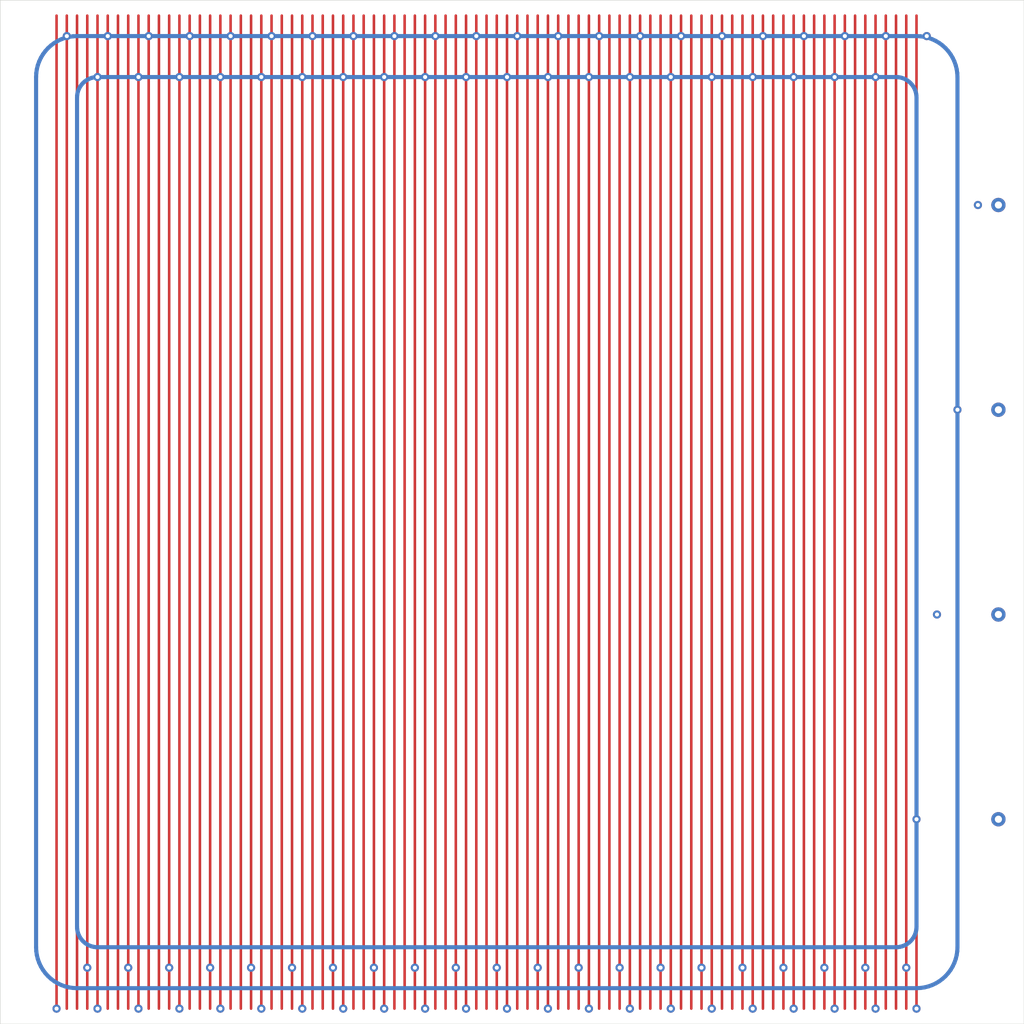
<source format=kicad_pcb>
(kicad_pcb (version 20171130) (host pcbnew "(5.1.9)-1")

  (general
    (thickness 1.6)
    (drawings 12)
    (tracks 459)
    (zones 0)
    (modules 0)
    (nets 1)
  )

  (page A4)
  (layers
    (0 F.Cu signal)
    (1 In1.Cu signal)
    (2 In2.Cu signal)
    (31 B.Cu signal)
    (32 B.Adhes user)
    (33 F.Adhes user)
    (34 B.Paste user)
    (35 F.Paste user)
    (36 B.SilkS user)
    (37 F.SilkS user)
    (38 B.Mask user)
    (39 F.Mask user)
    (40 Dwgs.User user)
    (41 Cmts.User user)
    (42 Eco1.User user)
    (43 Eco2.User user)
    (44 Edge.Cuts user)
    (45 Margin user)
    (46 B.CrtYd user)
    (47 F.CrtYd user)
    (48 B.Fab user)
    (49 F.Fab user)
  )

  (setup
    (last_trace_width 0.25)
    (trace_clearance 0.2)
    (zone_clearance 0.508)
    (zone_45_only no)
    (trace_min 0.2)
    (via_size 0.8)
    (via_drill 0.4)
    (via_min_size 0.4)
    (via_min_drill 0.3)
    (uvia_size 0.3)
    (uvia_drill 0.1)
    (uvias_allowed no)
    (uvia_min_size 0.2)
    (uvia_min_drill 0.1)
    (edge_width 0.05)
    (segment_width 0.2)
    (pcb_text_width 0.3)
    (pcb_text_size 1.5 1.5)
    (mod_edge_width 0.12)
    (mod_text_size 1 1)
    (mod_text_width 0.15)
    (pad_size 1.524 1.524)
    (pad_drill 0.762)
    (pad_to_mask_clearance 0)
    (aux_axis_origin 0 0)
    (visible_elements 7FFFFFFF)
    (pcbplotparams
      (layerselection 0x010fc_ffffffff)
      (usegerberextensions false)
      (usegerberattributes true)
      (usegerberadvancedattributes true)
      (creategerberjobfile true)
      (excludeedgelayer true)
      (linewidth 0.100000)
      (plotframeref false)
      (viasonmask false)
      (mode 1)
      (useauxorigin false)
      (hpglpennumber 1)
      (hpglpenspeed 20)
      (hpglpendiameter 15.000000)
      (psnegative false)
      (psa4output false)
      (plotreference true)
      (plotvalue true)
      (plotinvisibletext false)
      (padsonsilk false)
      (subtractmaskfromsilk false)
      (outputformat 1)
      (mirror false)
      (drillshape 1)
      (scaleselection 1)
      (outputdirectory ""))
  )

  (net 0 "")

  (net_class Default "This is the default net class."
    (clearance 0.2)
    (trace_width 0.25)
    (via_dia 0.8)
    (via_drill 0.4)
    (uvia_dia 0.3)
    (uvia_drill 0.1)
  )

  (gr_text 1 (at 197.5 68.5) (layer B.Mask)
    (effects (font (size 1 1) (thickness 0.15)) (justify mirror))
  )
  (gr_text 2 (at 197.5 88.5) (layer B.Mask)
    (effects (font (size 1 1) (thickness 0.15)) (justify mirror))
  )
  (gr_text 3 (at 197.5 108.5) (layer B.Mask)
    (effects (font (size 1 1) (thickness 0.15)) (justify mirror))
  )
  (gr_text 4 (at 197.5 128.5) (layer B.Mask)
    (effects (font (size 1 1) (thickness 0.15)) (justify mirror))
  )
  (gr_text 4 (at 197.5 128.5) (layer F.Mask)
    (effects (font (size 1 1) (thickness 0.15)))
  )
  (gr_text 3 (at 197.5 108.5) (layer F.Mask)
    (effects (font (size 1 1) (thickness 0.15)))
  )
  (gr_text 2 (at 197.5 88.5) (layer F.Mask)
    (effects (font (size 1 1) (thickness 0.15)))
  )
  (gr_text 1 (at 197.5 68.5) (layer F.Mask)
    (effects (font (size 1 1) (thickness 0.15)))
  )
  (gr_line (start 100 50) (end 100 150) (layer Edge.Cuts) (width 0.05))
  (gr_line (start 200 50) (end 100 50) (layer Edge.Cuts) (width 0.05) (tstamp 60750058))
  (gr_line (start 200 150) (end 200 50) (layer Edge.Cuts) (width 0.05))
  (gr_line (start 100 150) (end 200 150) (layer Edge.Cuts) (width 0.05))

  (segment (start 105.5 148.5) (end 105.5 148.5) (width 0.25) (layer F.Cu) (net 0) (tstamp 60750302))
  (segment (start 106.5 148.5) (end 106.5 53.5) (width 0.25) (layer F.Cu) (net 0) (tstamp 60750304))
  (segment (start 107.5 148.5) (end 107.5 51.5) (width 0.25) (layer F.Cu) (net 0) (tstamp 60750306))
  (segment (start 108.5 148.5) (end 108.5 144.5) (width 0.25) (layer F.Cu) (net 0) (tstamp 60750308))
  (segment (start 109.5 148.5) (end 109.5 57.5) (width 0.25) (layer F.Cu) (net 0) (tstamp 6075030A))
  (segment (start 110.5 148.5) (end 110.5 51.5) (width 0.25) (layer F.Cu) (net 0) (tstamp 6075030C))
  (segment (start 111.5 148.5) (end 111.5 51.5) (width 0.25) (layer F.Cu) (net 0) (tstamp 6075030E))
  (segment (start 112.5 148.5) (end 112.5 51.5) (width 0.25) (layer F.Cu) (net 0) (tstamp 60750310))
  (segment (start 113.5 148.5) (end 113.5 51.5) (width 0.25) (layer F.Cu) (net 0) (tstamp 60750312))
  (segment (start 114.5 148.5) (end 114.5 51.5) (width 0.25) (layer F.Cu) (net 0) (tstamp 60750314))
  (segment (start 115.5 148.5) (end 115.5 51.5) (width 0.25) (layer F.Cu) (net 0) (tstamp 60750316))
  (segment (start 116.5 148.5) (end 116.5 51.5) (width 0.25) (layer F.Cu) (net 0) (tstamp 60750318))
  (segment (start 117.5 148.5) (end 117.5 51.5) (width 0.25) (layer F.Cu) (net 0) (tstamp 6075031A))
  (segment (start 118.5 148.5) (end 118.5 51.5) (width 0.25) (layer F.Cu) (net 0) (tstamp 6075031C))
  (segment (start 119.5 148.5) (end 119.5 51.5) (width 0.25) (layer F.Cu) (net 0) (tstamp 6075031E))
  (segment (start 120.5 148.5) (end 120.5 51.5) (width 0.25) (layer F.Cu) (net 0) (tstamp 60750320))
  (segment (start 121.5 148.5) (end 121.5 51.5) (width 0.25) (layer F.Cu) (net 0) (tstamp 60750322))
  (segment (start 122.5 148.5) (end 122.5 51.5) (width 0.25) (layer F.Cu) (net 0) (tstamp 60750324))
  (segment (start 123.5 148.5) (end 123.5 51.5) (width 0.25) (layer F.Cu) (net 0) (tstamp 60750326))
  (segment (start 124.5 148.5) (end 124.5 51.5) (width 0.25) (layer F.Cu) (net 0) (tstamp 60750328))
  (segment (start 125.5 148.5) (end 125.5 51.5) (width 0.25) (layer F.Cu) (net 0) (tstamp 6075032A))
  (segment (start 126.5 148.5) (end 126.5 51.5) (width 0.25) (layer F.Cu) (net 0) (tstamp 6075032C))
  (segment (start 127.5 148.5) (end 127.5 51.5) (width 0.25) (layer F.Cu) (net 0) (tstamp 6075032E))
  (segment (start 128.5 148.5) (end 128.5 51.5) (width 0.25) (layer F.Cu) (net 0) (tstamp 60750330))
  (segment (start 129.5 148.5) (end 129.5 51.5) (width 0.25) (layer F.Cu) (net 0) (tstamp 60750332))
  (segment (start 130.5 148.5) (end 130.5 51.5) (width 0.25) (layer F.Cu) (net 0) (tstamp 60750334))
  (segment (start 131.5 148.5) (end 131.5 51.5) (width 0.25) (layer F.Cu) (net 0) (tstamp 60750336))
  (segment (start 132.5 148.5) (end 132.5 51.5) (width 0.25) (layer F.Cu) (net 0) (tstamp 60750338))
  (segment (start 133.5 148.5) (end 133.5 51.5) (width 0.25) (layer F.Cu) (net 0) (tstamp 6075033A))
  (segment (start 134.5 148.5) (end 134.5 51.5) (width 0.25) (layer F.Cu) (net 0) (tstamp 6075033C))
  (segment (start 135.5 148.5) (end 135.5 51.5) (width 0.25) (layer F.Cu) (net 0) (tstamp 6075033E))
  (segment (start 136.5 148.5) (end 136.5 51.5) (width 0.25) (layer F.Cu) (net 0) (tstamp 60750340))
  (segment (start 137.5 148.5) (end 137.5 51.5) (width 0.25) (layer F.Cu) (net 0) (tstamp 60750342))
  (segment (start 138.5 148.5) (end 138.5 51.5) (width 0.25) (layer F.Cu) (net 0) (tstamp 60750344))
  (segment (start 139.5 148.5) (end 139.5 51.5) (width 0.25) (layer F.Cu) (net 0) (tstamp 60750346))
  (segment (start 140.5 148.5) (end 140.5 51.5) (width 0.25) (layer F.Cu) (net 0) (tstamp 60750348))
  (segment (start 141.5 148.5) (end 141.5 51.5) (width 0.25) (layer F.Cu) (net 0) (tstamp 6075034A))
  (segment (start 142.5 148.5) (end 142.5 51.5) (width 0.25) (layer F.Cu) (net 0) (tstamp 6075034C))
  (segment (start 143.5 148.5) (end 143.5 51.5) (width 0.25) (layer F.Cu) (net 0) (tstamp 6075034E))
  (segment (start 144.5 148.5) (end 144.5 51.5) (width 0.25) (layer F.Cu) (net 0) (tstamp 60750350))
  (segment (start 145.5 148.5) (end 145.5 51.5) (width 0.25) (layer F.Cu) (net 0) (tstamp 60750352))
  (segment (start 146.5 148.5) (end 146.5 51.5) (width 0.25) (layer F.Cu) (net 0) (tstamp 60750354))
  (segment (start 147.5 148.5) (end 147.5 51.5) (width 0.25) (layer F.Cu) (net 0) (tstamp 60750356))
  (segment (start 148.5 148.5) (end 148.5 51.5) (width 0.25) (layer F.Cu) (net 0) (tstamp 60750358))
  (segment (start 149.5 148.5) (end 149.5 51.5) (width 0.25) (layer F.Cu) (net 0) (tstamp 6075035A))
  (segment (start 150.5 148.5) (end 150.5 51.5) (width 0.25) (layer F.Cu) (net 0) (tstamp 6075035C))
  (segment (start 151.5 148.5) (end 151.5 51.5) (width 0.25) (layer F.Cu) (net 0) (tstamp 6075035E))
  (segment (start 152.5 148.5) (end 152.5 51.5) (width 0.25) (layer F.Cu) (net 0) (tstamp 60750360))
  (segment (start 153.5 148.5) (end 153.5 51.5) (width 0.25) (layer F.Cu) (net 0) (tstamp 60750362))
  (segment (start 154.5 148.5) (end 154.5 51.5) (width 0.25) (layer F.Cu) (net 0) (tstamp 60750364))
  (segment (start 155.5 148.5) (end 155.5 51.5) (width 0.25) (layer F.Cu) (net 0) (tstamp 60750366))
  (segment (start 156.5 148.5) (end 156.5 51.5) (width 0.25) (layer F.Cu) (net 0) (tstamp 60750368))
  (segment (start 157.5 148.5) (end 157.5 51.5) (width 0.25) (layer F.Cu) (net 0) (tstamp 6075036A))
  (segment (start 158.5 148.5) (end 158.5 51.5) (width 0.25) (layer F.Cu) (net 0) (tstamp 6075036C))
  (segment (start 159.5 148.5) (end 159.5 51.5) (width 0.25) (layer F.Cu) (net 0) (tstamp 6075036E))
  (segment (start 160.5 148.5) (end 160.5 51.5) (width 0.25) (layer F.Cu) (net 0) (tstamp 60750370))
  (segment (start 161.5 148.5) (end 161.5 51.5) (width 0.25) (layer F.Cu) (net 0) (tstamp 60750372))
  (segment (start 162.5 148.5) (end 162.5 51.5) (width 0.25) (layer F.Cu) (net 0) (tstamp 60750374))
  (segment (start 163.5 148.5) (end 163.5 51.5) (width 0.25) (layer F.Cu) (net 0) (tstamp 60750376))
  (segment (start 164.5 148.5) (end 164.5 51.5) (width 0.25) (layer F.Cu) (net 0) (tstamp 60750378))
  (segment (start 165.5 148.5) (end 165.5 51.5) (width 0.25) (layer F.Cu) (net 0) (tstamp 6075037A))
  (segment (start 166.5 148.5) (end 166.5 51.5) (width 0.25) (layer F.Cu) (net 0) (tstamp 6075037C))
  (segment (start 167.5 148.5) (end 167.5 51.5) (width 0.25) (layer F.Cu) (net 0) (tstamp 6075037E))
  (segment (start 168.5 148.5) (end 168.5 51.5) (width 0.25) (layer F.Cu) (net 0) (tstamp 60750380))
  (segment (start 169.5 148.5) (end 169.5 51.5) (width 0.25) (layer F.Cu) (net 0) (tstamp 60750382))
  (segment (start 170.5 148.5) (end 170.5 51.5) (width 0.25) (layer F.Cu) (net 0) (tstamp 60750384))
  (segment (start 171.5 148.5) (end 171.5 51.5) (width 0.25) (layer F.Cu) (net 0) (tstamp 60750386))
  (segment (start 172.5 148.5) (end 172.5 51.5) (width 0.25) (layer F.Cu) (net 0) (tstamp 60750388))
  (segment (start 173.5 148.5) (end 173.5 51.5) (width 0.25) (layer F.Cu) (net 0) (tstamp 6075038A))
  (segment (start 174.5 148.5) (end 174.5 51.5) (width 0.25) (layer F.Cu) (net 0) (tstamp 6075038C))
  (segment (start 175.5 148.5) (end 175.5 51.5) (width 0.25) (layer F.Cu) (net 0) (tstamp 6075038E))
  (segment (start 176.5 148.5) (end 176.5 51.5) (width 0.25) (layer F.Cu) (net 0) (tstamp 60750390))
  (segment (start 177.5 148.5) (end 177.5 51.5) (width 0.25) (layer F.Cu) (net 0) (tstamp 60750392))
  (segment (start 178.5 148.5) (end 178.5 51.5) (width 0.25) (layer F.Cu) (net 0) (tstamp 60750394))
  (segment (start 179.5 148.5) (end 179.5 51.5) (width 0.25) (layer F.Cu) (net 0) (tstamp 60750396))
  (segment (start 180.5 148.5) (end 180.5 51.5) (width 0.25) (layer F.Cu) (net 0) (tstamp 60750398))
  (segment (start 181.5 148.5) (end 181.5 51.5) (width 0.25) (layer F.Cu) (net 0) (tstamp 6075039A))
  (segment (start 182.5 148.5) (end 182.5 51.5) (width 0.25) (layer F.Cu) (net 0) (tstamp 6075039C))
  (segment (start 183.5 148.5) (end 183.5 51.5) (width 0.25) (layer F.Cu) (net 0) (tstamp 6075039E))
  (segment (start 184.5 148.5) (end 184.5 51.5) (width 0.25) (layer F.Cu) (net 0) (tstamp 607503A0))
  (segment (start 185.5 148.5) (end 185.5 51.5) (width 0.25) (layer F.Cu) (net 0) (tstamp 607503A2))
  (via (at 197.5 70) (size 1.4) (drill 0.7) (layers F.Cu B.Cu) (net 0))
  (via (at 197.5 90) (size 1.4) (drill 0.7) (layers F.Cu B.Cu) (net 0) (tstamp 607521A3))
  (via (at 197.5 110) (size 1.4) (drill 0.7) (layers F.Cu B.Cu) (net 0) (tstamp 607521A5))
  (via (at 197.5 130) (size 1.4) (drill 0.7) (layers F.Cu B.Cu) (net 0) (tstamp 607521A7))
  (segment (start 186.5 148.5) (end 186.5 51.5) (width 0.25) (layer F.Cu) (net 0) (tstamp 60752219))
  (segment (start 187.5 148.5) (end 187.5 51.5) (width 0.25) (layer F.Cu) (net 0) (tstamp 6075221B))
  (segment (start 188.5 148.5) (end 188.5 51.5) (width 0.25) (layer F.Cu) (net 0) (tstamp 6075221D))
  (segment (start 189.5 148.5) (end 189.5 130) (width 0.25) (layer F.Cu) (net 0) (tstamp 6075221F))
  (segment (start 189.5 140.5) (end 189.490369 140.696034) (width 0.4) (layer B.Cu) (net 0))
  (segment (start 189.490369 140.696034) (end 189.46157 140.89018) (width 0.4) (layer B.Cu) (net 0))
  (segment (start 189.46157 140.89018) (end 189.41388 141.080569) (width 0.4) (layer B.Cu) (net 0))
  (segment (start 189.41388 141.080569) (end 189.347759 141.265366) (width 0.4) (layer B.Cu) (net 0))
  (segment (start 189.347759 141.265366) (end 189.263842 141.442793) (width 0.4) (layer B.Cu) (net 0))
  (segment (start 189.263842 141.442793) (end 189.162939 141.61114) (width 0.4) (layer B.Cu) (net 0))
  (segment (start 189.162939 141.61114) (end 189.04602 141.768786) (width 0.4) (layer B.Cu) (net 0))
  (segment (start 189.04602 141.768786) (end 188.914213 141.914213) (width 0.4) (layer B.Cu) (net 0))
  (segment (start 188.914213 141.914213) (end 188.768786 142.04602) (width 0.4) (layer B.Cu) (net 0))
  (segment (start 188.768786 142.04602) (end 188.61114 142.162939) (width 0.4) (layer B.Cu) (net 0))
  (segment (start 188.61114 142.162939) (end 188.442793 142.263842) (width 0.4) (layer B.Cu) (net 0))
  (segment (start 188.442793 142.263842) (end 188.265366 142.347759) (width 0.4) (layer B.Cu) (net 0))
  (segment (start 188.265366 142.347759) (end 188.080569 142.41388) (width 0.4) (layer B.Cu) (net 0))
  (segment (start 188.080569 142.41388) (end 187.89018 142.46157) (width 0.4) (layer B.Cu) (net 0))
  (segment (start 187.89018 142.46157) (end 187.696034 142.490369) (width 0.4) (layer B.Cu) (net 0))
  (segment (start 187.696034 142.490369) (end 187.5 142.5) (width 0.4) (layer B.Cu) (net 0))
  (segment (start 188.5 144.5) (end 188.794051 144.485554) (width 0.4) (layer In2.Cu) (net 0))
  (segment (start 188.794051 144.485554) (end 189.08527 144.442355) (width 0.4) (layer In2.Cu) (net 0))
  (segment (start 189.08527 144.442355) (end 189.370854 144.370821) (width 0.4) (layer In2.Cu) (net 0))
  (segment (start 189.370854 144.370821) (end 189.64805 144.271638) (width 0.4) (layer In2.Cu) (net 0))
  (segment (start 189.64805 144.271638) (end 189.91419 144.145763) (width 0.4) (layer In2.Cu) (net 0))
  (segment (start 189.91419 144.145763) (end 190.16671 143.994408) (width 0.4) (layer In2.Cu) (net 0))
  (segment (start 190.16671 143.994408) (end 190.403179 143.819031) (width 0.4) (layer In2.Cu) (net 0))
  (segment (start 190.403179 143.819031) (end 190.62132 143.62132) (width 0.4) (layer In2.Cu) (net 0))
  (segment (start 190.62132 143.62132) (end 190.819031 143.403179) (width 0.4) (layer In2.Cu) (net 0))
  (segment (start 190.819031 143.403179) (end 190.994408 143.16671) (width 0.4) (layer In2.Cu) (net 0))
  (segment (start 190.994408 143.16671) (end 191.145763 142.91419) (width 0.4) (layer In2.Cu) (net 0))
  (segment (start 191.145763 142.91419) (end 191.271638 142.64805) (width 0.4) (layer In2.Cu) (net 0))
  (segment (start 191.271638 142.64805) (end 191.370821 142.370854) (width 0.4) (layer In2.Cu) (net 0))
  (segment (start 191.370821 142.370854) (end 191.442355 142.08527) (width 0.4) (layer In2.Cu) (net 0))
  (segment (start 191.442355 142.08527) (end 191.485554 141.794051) (width 0.4) (layer In2.Cu) (net 0))
  (segment (start 191.485554 141.794051) (end 191.5 141.5) (width 0.4) (layer In2.Cu) (net 0))
  (segment (start 189.5 146.5) (end 189.892068 146.480738) (width 0.4) (layer B.Cu) (net 0))
  (segment (start 189.892068 146.480738) (end 190.280361 146.423141) (width 0.4) (layer B.Cu) (net 0))
  (segment (start 190.280361 146.423141) (end 190.661138 146.327761) (width 0.4) (layer B.Cu) (net 0))
  (segment (start 190.661138 146.327761) (end 191.030733 146.195518) (width 0.4) (layer B.Cu) (net 0))
  (segment (start 191.030733 146.195518) (end 191.385586 146.027685) (width 0.4) (layer B.Cu) (net 0))
  (segment (start 191.385586 146.027685) (end 191.72228 145.825878) (width 0.4) (layer B.Cu) (net 0))
  (segment (start 191.72228 145.825878) (end 192.037573 145.592041) (width 0.4) (layer B.Cu) (net 0))
  (segment (start 192.037573 145.592041) (end 192.328427 145.328427) (width 0.4) (layer B.Cu) (net 0))
  (segment (start 192.328427 145.328427) (end 192.592041 145.037573) (width 0.4) (layer B.Cu) (net 0))
  (segment (start 192.592041 145.037573) (end 192.825878 144.72228) (width 0.4) (layer B.Cu) (net 0))
  (segment (start 192.825878 144.72228) (end 193.027685 144.385586) (width 0.4) (layer B.Cu) (net 0))
  (segment (start 193.027685 144.385586) (end 193.195518 144.030733) (width 0.4) (layer B.Cu) (net 0))
  (segment (start 193.195518 144.030733) (end 193.327761 143.661138) (width 0.4) (layer B.Cu) (net 0))
  (segment (start 193.327761 143.661138) (end 193.423141 143.280361) (width 0.4) (layer B.Cu) (net 0))
  (segment (start 193.423141 143.280361) (end 193.480738 142.892068) (width 0.4) (layer B.Cu) (net 0))
  (segment (start 193.480738 142.892068) (end 193.5 142.5) (width 0.4) (layer B.Cu) (net 0))
  (segment (start 190.5 148.5) (end 190.990085 148.475923) (width 0.4) (layer In2.Cu) (net 0))
  (segment (start 190.990085 148.475923) (end 191.475451 148.403926) (width 0.4) (layer In2.Cu) (net 0))
  (segment (start 191.475451 148.403926) (end 191.951423 148.284701) (width 0.4) (layer In2.Cu) (net 0))
  (segment (start 191.951423 148.284701) (end 192.413417 148.119397) (width 0.4) (layer In2.Cu) (net 0))
  (segment (start 192.413417 148.119397) (end 192.856983 147.909606) (width 0.4) (layer In2.Cu) (net 0))
  (segment (start 192.856983 147.909606) (end 193.277851 147.657348) (width 0.4) (layer In2.Cu) (net 0))
  (segment (start 193.277851 147.657348) (end 193.671966 147.365052) (width 0.4) (layer In2.Cu) (net 0))
  (segment (start 193.671966 147.365052) (end 194.035533 147.035533) (width 0.4) (layer In2.Cu) (net 0))
  (segment (start 194.035533 147.035533) (end 194.365052 146.671966) (width 0.4) (layer In2.Cu) (net 0))
  (segment (start 194.365052 146.671966) (end 194.657348 146.277851) (width 0.4) (layer In2.Cu) (net 0))
  (segment (start 194.657348 146.277851) (end 194.909606 145.856983) (width 0.4) (layer In2.Cu) (net 0))
  (segment (start 194.909606 145.856983) (end 195.119397 145.413417) (width 0.4) (layer In2.Cu) (net 0))
  (segment (start 195.119397 145.413417) (end 195.284701 144.951423) (width 0.4) (layer In2.Cu) (net 0))
  (segment (start 195.284701 144.951423) (end 195.403926 144.475451) (width 0.4) (layer In2.Cu) (net 0))
  (segment (start 195.403926 144.475451) (end 195.475923 143.990085) (width 0.4) (layer In2.Cu) (net 0))
  (segment (start 195.475923 143.990085) (end 195.5 143.5) (width 0.4) (layer In2.Cu) (net 0))
  (segment (start 190.5 51.5) (end 190.990085 51.524076) (width 0.4) (layer In2.Cu) (net 0))
  (segment (start 190.990085 51.524076) (end 191.475451 51.596073) (width 0.4) (layer In2.Cu) (net 0))
  (segment (start 191.475451 51.596073) (end 191.951423 51.715298) (width 0.4) (layer In2.Cu) (net 0))
  (segment (start 191.951423 51.715298) (end 192.413417 51.880602) (width 0.4) (layer In2.Cu) (net 0))
  (segment (start 192.413417 51.880602) (end 192.856983 52.090393) (width 0.4) (layer In2.Cu) (net 0))
  (segment (start 192.856983 52.090393) (end 193.277851 52.342651) (width 0.4) (layer In2.Cu) (net 0))
  (segment (start 193.277851 52.342651) (end 193.671966 52.634947) (width 0.4) (layer In2.Cu) (net 0))
  (segment (start 193.671966 52.634947) (end 194.035533 52.964466) (width 0.4) (layer In2.Cu) (net 0))
  (segment (start 194.035533 52.964466) (end 194.365052 53.328033) (width 0.4) (layer In2.Cu) (net 0))
  (segment (start 194.365052 53.328033) (end 194.657348 53.722148) (width 0.4) (layer In2.Cu) (net 0))
  (segment (start 194.657348 53.722148) (end 194.909606 54.143016) (width 0.4) (layer In2.Cu) (net 0))
  (segment (start 194.909606 54.143016) (end 195.119397 54.586582) (width 0.4) (layer In2.Cu) (net 0))
  (segment (start 195.119397 54.586582) (end 195.284701 55.048576) (width 0.4) (layer In2.Cu) (net 0))
  (segment (start 195.284701 55.048576) (end 195.403926 55.524548) (width 0.4) (layer In2.Cu) (net 0))
  (segment (start 195.403926 55.524548) (end 195.475923 56.009914) (width 0.4) (layer In2.Cu) (net 0))
  (segment (start 195.475923 56.009914) (end 195.5 56.5) (width 0.4) (layer In2.Cu) (net 0))
  (segment (start 195.5 56.5) (end 195.5 143.5) (width 0.4) (layer In2.Cu) (net 0))
  (segment (start 189.5 53.5) (end 189.892068 53.519261) (width 0.4) (layer B.Cu) (net 0))
  (segment (start 189.892068 53.519261) (end 190.280361 53.576858) (width 0.4) (layer B.Cu) (net 0))
  (segment (start 190.280361 53.576858) (end 190.661138 53.672238) (width 0.4) (layer B.Cu) (net 0))
  (segment (start 190.661138 53.672238) (end 191.030733 53.804481) (width 0.4) (layer B.Cu) (net 0))
  (segment (start 191.030733 53.804481) (end 191.385586 53.972314) (width 0.4) (layer B.Cu) (net 0))
  (segment (start 191.385586 53.972314) (end 191.72228 54.174121) (width 0.4) (layer B.Cu) (net 0))
  (segment (start 191.72228 54.174121) (end 192.037573 54.407958) (width 0.4) (layer B.Cu) (net 0))
  (segment (start 192.037573 54.407958) (end 192.328427 54.671572) (width 0.4) (layer B.Cu) (net 0))
  (segment (start 192.328427 54.671572) (end 192.592041 54.962426) (width 0.4) (layer B.Cu) (net 0))
  (segment (start 192.592041 54.962426) (end 192.825878 55.277719) (width 0.4) (layer B.Cu) (net 0))
  (segment (start 192.825878 55.277719) (end 193.027685 55.614413) (width 0.4) (layer B.Cu) (net 0))
  (segment (start 193.027685 55.614413) (end 193.195518 55.969266) (width 0.4) (layer B.Cu) (net 0))
  (segment (start 193.195518 55.969266) (end 193.327761 56.338861) (width 0.4) (layer B.Cu) (net 0))
  (segment (start 193.327761 56.338861) (end 193.423141 56.719638) (width 0.4) (layer B.Cu) (net 0))
  (segment (start 193.423141 56.719638) (end 193.480738 57.107931) (width 0.4) (layer B.Cu) (net 0))
  (segment (start 193.480738 57.107931) (end 193.5 57.5) (width 0.4) (layer B.Cu) (net 0))
  (segment (start 193.5 57.5) (end 193.5 142.5) (width 0.4) (layer B.Cu) (net 0))
  (segment (start 188.5 55.5) (end 188.794051 55.514445) (width 0.4) (layer In2.Cu) (net 0))
  (segment (start 188.794051 55.514445) (end 189.08527 55.557644) (width 0.4) (layer In2.Cu) (net 0))
  (segment (start 189.08527 55.557644) (end 189.370854 55.629178) (width 0.4) (layer In2.Cu) (net 0))
  (segment (start 189.370854 55.629178) (end 189.64805 55.728361) (width 0.4) (layer In2.Cu) (net 0))
  (segment (start 189.64805 55.728361) (end 189.91419 55.854236) (width 0.4) (layer In2.Cu) (net 0))
  (segment (start 189.91419 55.854236) (end 190.16671 56.005591) (width 0.4) (layer In2.Cu) (net 0))
  (segment (start 190.16671 56.005591) (end 190.403179 56.180968) (width 0.4) (layer In2.Cu) (net 0))
  (segment (start 190.403179 56.180968) (end 190.62132 56.378679) (width 0.4) (layer In2.Cu) (net 0))
  (segment (start 190.62132 56.378679) (end 190.819031 56.59682) (width 0.4) (layer In2.Cu) (net 0))
  (segment (start 190.819031 56.59682) (end 190.994408 56.833289) (width 0.4) (layer In2.Cu) (net 0))
  (segment (start 190.994408 56.833289) (end 191.145763 57.085809) (width 0.4) (layer In2.Cu) (net 0))
  (segment (start 191.145763 57.085809) (end 191.271638 57.351949) (width 0.4) (layer In2.Cu) (net 0))
  (segment (start 191.271638 57.351949) (end 191.370821 57.629145) (width 0.4) (layer In2.Cu) (net 0))
  (segment (start 191.370821 57.629145) (end 191.442355 57.914729) (width 0.4) (layer In2.Cu) (net 0))
  (segment (start 191.442355 57.914729) (end 191.485554 58.205948) (width 0.4) (layer In2.Cu) (net 0))
  (segment (start 191.485554 58.205948) (end 191.5 58.5) (width 0.4) (layer In2.Cu) (net 0))
  (segment (start 191.5 58.5) (end 191.5 141.5) (width 0.4) (layer In2.Cu) (net 0))
  (segment (start 187.5 57.5) (end 187.696034 57.50963) (width 0.4) (layer B.Cu) (net 0))
  (segment (start 187.696034 57.50963) (end 187.89018 57.538429) (width 0.4) (layer B.Cu) (net 0))
  (segment (start 187.89018 57.538429) (end 188.080569 57.586119) (width 0.4) (layer B.Cu) (net 0))
  (segment (start 188.080569 57.586119) (end 188.265366 57.65224) (width 0.4) (layer B.Cu) (net 0))
  (segment (start 188.265366 57.65224) (end 188.442793 57.736157) (width 0.4) (layer B.Cu) (net 0))
  (segment (start 188.442793 57.736157) (end 188.61114 57.83706) (width 0.4) (layer B.Cu) (net 0))
  (segment (start 188.61114 57.83706) (end 188.768786 57.953979) (width 0.4) (layer B.Cu) (net 0))
  (segment (start 188.768786 57.953979) (end 188.914213 58.085786) (width 0.4) (layer B.Cu) (net 0))
  (segment (start 188.914213 58.085786) (end 189.04602 58.231213) (width 0.4) (layer B.Cu) (net 0))
  (segment (start 189.04602 58.231213) (end 189.162939 58.388859) (width 0.4) (layer B.Cu) (net 0))
  (segment (start 189.162939 58.388859) (end 189.263842 58.557206) (width 0.4) (layer B.Cu) (net 0))
  (segment (start 189.263842 58.557206) (end 189.347759 58.734633) (width 0.4) (layer B.Cu) (net 0))
  (segment (start 189.347759 58.734633) (end 189.41388 58.91943) (width 0.4) (layer B.Cu) (net 0))
  (segment (start 189.41388 58.91943) (end 189.46157 59.109819) (width 0.4) (layer B.Cu) (net 0))
  (segment (start 189.46157 59.109819) (end 189.490369 59.303965) (width 0.4) (layer B.Cu) (net 0))
  (segment (start 189.490369 59.303965) (end 189.5 59.5) (width 0.4) (layer B.Cu) (net 0))
  (segment (start 189.5 59.5) (end 189.5 140.5) (width 0.4) (layer B.Cu) (net 0))
  (segment (start 107.5 59.5) (end 107.50963 59.303965) (width 0.4) (layer B.Cu) (net 0))
  (segment (start 107.50963 59.303965) (end 107.538429 59.109819) (width 0.4) (layer B.Cu) (net 0))
  (segment (start 107.538429 59.109819) (end 107.586119 58.91943) (width 0.4) (layer B.Cu) (net 0))
  (segment (start 107.586119 58.91943) (end 107.65224 58.734633) (width 0.4) (layer B.Cu) (net 0))
  (segment (start 107.65224 58.734633) (end 107.736157 58.557206) (width 0.4) (layer B.Cu) (net 0))
  (segment (start 107.736157 58.557206) (end 107.83706 58.388859) (width 0.4) (layer B.Cu) (net 0))
  (segment (start 107.83706 58.388859) (end 107.953979 58.231213) (width 0.4) (layer B.Cu) (net 0))
  (segment (start 107.953979 58.231213) (end 108.085786 58.085786) (width 0.4) (layer B.Cu) (net 0))
  (segment (start 108.085786 58.085786) (end 108.231213 57.953979) (width 0.4) (layer B.Cu) (net 0))
  (segment (start 108.231213 57.953979) (end 108.388859 57.83706) (width 0.4) (layer B.Cu) (net 0))
  (segment (start 108.388859 57.83706) (end 108.557206 57.736157) (width 0.4) (layer B.Cu) (net 0))
  (segment (start 108.557206 57.736157) (end 108.734633 57.65224) (width 0.4) (layer B.Cu) (net 0))
  (segment (start 108.734633 57.65224) (end 108.91943 57.586119) (width 0.4) (layer B.Cu) (net 0))
  (segment (start 108.91943 57.586119) (end 109.109819 57.538429) (width 0.4) (layer B.Cu) (net 0))
  (segment (start 109.109819 57.538429) (end 109.303965 57.50963) (width 0.4) (layer B.Cu) (net 0))
  (segment (start 109.303965 57.50963) (end 109.5 57.5) (width 0.4) (layer B.Cu) (net 0))
  (segment (start 109.5 57.5) (end 187.5 57.5) (width 0.4) (layer B.Cu) (net 0))
  (segment (start 105.5 58.5) (end 105.514445 58.205948) (width 0.4) (layer In2.Cu) (net 0))
  (segment (start 105.514445 58.205948) (end 105.557644 57.914729) (width 0.4) (layer In2.Cu) (net 0))
  (segment (start 105.557644 57.914729) (end 105.629178 57.629145) (width 0.4) (layer In2.Cu) (net 0))
  (segment (start 105.629178 57.629145) (end 105.728361 57.351949) (width 0.4) (layer In2.Cu) (net 0))
  (segment (start 105.728361 57.351949) (end 105.854236 57.085809) (width 0.4) (layer In2.Cu) (net 0))
  (segment (start 105.854236 57.085809) (end 106.005591 56.833289) (width 0.4) (layer In2.Cu) (net 0))
  (segment (start 106.005591 56.833289) (end 106.180968 56.59682) (width 0.4) (layer In2.Cu) (net 0))
  (segment (start 106.180968 56.59682) (end 106.378679 56.378679) (width 0.4) (layer In2.Cu) (net 0))
  (segment (start 106.378679 56.378679) (end 106.59682 56.180968) (width 0.4) (layer In2.Cu) (net 0))
  (segment (start 106.59682 56.180968) (end 106.833289 56.005591) (width 0.4) (layer In2.Cu) (net 0))
  (segment (start 106.833289 56.005591) (end 107.085809 55.854236) (width 0.4) (layer In2.Cu) (net 0))
  (segment (start 107.085809 55.854236) (end 107.351949 55.728361) (width 0.4) (layer In2.Cu) (net 0))
  (segment (start 107.351949 55.728361) (end 107.629145 55.629178) (width 0.4) (layer In2.Cu) (net 0))
  (segment (start 107.629145 55.629178) (end 107.914729 55.557644) (width 0.4) (layer In2.Cu) (net 0))
  (segment (start 107.914729 55.557644) (end 108.205948 55.514445) (width 0.4) (layer In2.Cu) (net 0))
  (segment (start 108.205948 55.514445) (end 108.5 55.5) (width 0.4) (layer In2.Cu) (net 0))
  (segment (start 108.5 55.5) (end 188.5 55.5) (width 0.4) (layer In2.Cu) (net 0))
  (segment (start 103.5 57.5) (end 103.519261 57.107931) (width 0.4) (layer B.Cu) (net 0))
  (segment (start 103.519261 57.107931) (end 103.576858 56.719638) (width 0.4) (layer B.Cu) (net 0))
  (segment (start 103.576858 56.719638) (end 103.672238 56.338861) (width 0.4) (layer B.Cu) (net 0))
  (segment (start 103.672238 56.338861) (end 103.804481 55.969266) (width 0.4) (layer B.Cu) (net 0))
  (segment (start 103.804481 55.969266) (end 103.972314 55.614413) (width 0.4) (layer B.Cu) (net 0))
  (segment (start 103.972314 55.614413) (end 104.174121 55.277719) (width 0.4) (layer B.Cu) (net 0))
  (segment (start 104.174121 55.277719) (end 104.407958 54.962426) (width 0.4) (layer B.Cu) (net 0))
  (segment (start 104.407958 54.962426) (end 104.671572 54.671572) (width 0.4) (layer B.Cu) (net 0))
  (segment (start 104.671572 54.671572) (end 104.962426 54.407958) (width 0.4) (layer B.Cu) (net 0))
  (segment (start 104.962426 54.407958) (end 105.277719 54.174121) (width 0.4) (layer B.Cu) (net 0))
  (segment (start 105.277719 54.174121) (end 105.614413 53.972314) (width 0.4) (layer B.Cu) (net 0))
  (segment (start 105.614413 53.972314) (end 105.969266 53.804481) (width 0.4) (layer B.Cu) (net 0))
  (segment (start 105.969266 53.804481) (end 106.338861 53.672238) (width 0.4) (layer B.Cu) (net 0))
  (segment (start 106.338861 53.672238) (end 106.719638 53.576858) (width 0.4) (layer B.Cu) (net 0))
  (segment (start 106.719638 53.576858) (end 107.107931 53.519261) (width 0.4) (layer B.Cu) (net 0))
  (segment (start 107.107931 53.519261) (end 107.5 53.5) (width 0.4) (layer B.Cu) (net 0))
  (segment (start 107.5 53.5) (end 189.5 53.5) (width 0.4) (layer B.Cu) (net 0))
  (segment (start 101.5 56.5) (end 101.524076 56.009914) (width 0.4) (layer In2.Cu) (net 0))
  (segment (start 101.524076 56.009914) (end 101.596073 55.524548) (width 0.4) (layer In2.Cu) (net 0))
  (segment (start 101.596073 55.524548) (end 101.715298 55.048576) (width 0.4) (layer In2.Cu) (net 0))
  (segment (start 101.715298 55.048576) (end 101.880602 54.586582) (width 0.4) (layer In2.Cu) (net 0))
  (segment (start 101.880602 54.586582) (end 102.090393 54.143016) (width 0.4) (layer In2.Cu) (net 0))
  (segment (start 102.090393 54.143016) (end 102.342651 53.722148) (width 0.4) (layer In2.Cu) (net 0))
  (segment (start 102.342651 53.722148) (end 102.634947 53.328033) (width 0.4) (layer In2.Cu) (net 0))
  (segment (start 102.634947 53.328033) (end 102.964466 52.964466) (width 0.4) (layer In2.Cu) (net 0))
  (segment (start 102.964466 52.964466) (end 103.328033 52.634947) (width 0.4) (layer In2.Cu) (net 0))
  (segment (start 103.328033 52.634947) (end 103.722148 52.342651) (width 0.4) (layer In2.Cu) (net 0))
  (segment (start 103.722148 52.342651) (end 104.143016 52.090393) (width 0.4) (layer In2.Cu) (net 0))
  (segment (start 104.143016 52.090393) (end 104.586582 51.880602) (width 0.4) (layer In2.Cu) (net 0))
  (segment (start 104.586582 51.880602) (end 105.048576 51.715298) (width 0.4) (layer In2.Cu) (net 0))
  (segment (start 105.048576 51.715298) (end 105.524548 51.596073) (width 0.4) (layer In2.Cu) (net 0))
  (segment (start 105.524548 51.596073) (end 106.009914 51.524076) (width 0.4) (layer In2.Cu) (net 0))
  (segment (start 106.009914 51.524076) (end 106.5 51.5) (width 0.4) (layer In2.Cu) (net 0))
  (segment (start 106.5 51.5) (end 190.5 51.5) (width 0.4) (layer In2.Cu) (net 0))
  (segment (start 109.5 142.5) (end 187.5 142.5) (width 0.4) (layer B.Cu) (net 0))
  (segment (start 109.5 142.5) (end 109.303965 142.490369) (width 0.4) (layer B.Cu) (net 0))
  (segment (start 109.303965 142.490369) (end 109.109819 142.46157) (width 0.4) (layer B.Cu) (net 0))
  (segment (start 109.109819 142.46157) (end 108.91943 142.41388) (width 0.4) (layer B.Cu) (net 0))
  (segment (start 108.91943 142.41388) (end 108.734633 142.347759) (width 0.4) (layer B.Cu) (net 0))
  (segment (start 108.734633 142.347759) (end 108.557206 142.263842) (width 0.4) (layer B.Cu) (net 0))
  (segment (start 108.557206 142.263842) (end 108.388859 142.162939) (width 0.4) (layer B.Cu) (net 0))
  (segment (start 108.388859 142.162939) (end 108.231213 142.04602) (width 0.4) (layer B.Cu) (net 0))
  (segment (start 108.231213 142.04602) (end 108.085786 141.914213) (width 0.4) (layer B.Cu) (net 0))
  (segment (start 108.085786 141.914213) (end 107.953979 141.768786) (width 0.4) (layer B.Cu) (net 0))
  (segment (start 107.953979 141.768786) (end 107.83706 141.61114) (width 0.4) (layer B.Cu) (net 0))
  (segment (start 107.83706 141.61114) (end 107.736157 141.442793) (width 0.4) (layer B.Cu) (net 0))
  (segment (start 107.736157 141.442793) (end 107.65224 141.265366) (width 0.4) (layer B.Cu) (net 0))
  (segment (start 107.65224 141.265366) (end 107.586119 141.080569) (width 0.4) (layer B.Cu) (net 0))
  (segment (start 107.586119 141.080569) (end 107.538429 140.89018) (width 0.4) (layer B.Cu) (net 0))
  (segment (start 107.538429 140.89018) (end 107.50963 140.696034) (width 0.4) (layer B.Cu) (net 0))
  (segment (start 107.50963 140.696034) (end 107.5 140.5) (width 0.4) (layer B.Cu) (net 0))
  (segment (start 107.5 140.5) (end 107.5 59.5) (width 0.4) (layer B.Cu) (net 0))
  (segment (start 108.5 144.5) (end 188.5 144.5) (width 0.4) (layer In2.Cu) (net 0))
  (segment (start 108.5 144.5) (end 108.205948 144.485554) (width 0.4) (layer In2.Cu) (net 0))
  (segment (start 108.205948 144.485554) (end 107.914729 144.442355) (width 0.4) (layer In2.Cu) (net 0))
  (segment (start 107.914729 144.442355) (end 107.629145 144.370821) (width 0.4) (layer In2.Cu) (net 0))
  (segment (start 107.629145 144.370821) (end 107.351949 144.271638) (width 0.4) (layer In2.Cu) (net 0))
  (segment (start 107.351949 144.271638) (end 107.085809 144.145763) (width 0.4) (layer In2.Cu) (net 0))
  (segment (start 107.085809 144.145763) (end 106.833289 143.994408) (width 0.4) (layer In2.Cu) (net 0))
  (segment (start 106.833289 143.994408) (end 106.59682 143.819031) (width 0.4) (layer In2.Cu) (net 0))
  (segment (start 106.59682 143.819031) (end 106.378679 143.62132) (width 0.4) (layer In2.Cu) (net 0))
  (segment (start 106.378679 143.62132) (end 106.180968 143.403179) (width 0.4) (layer In2.Cu) (net 0))
  (segment (start 106.180968 143.403179) (end 106.005591 143.16671) (width 0.4) (layer In2.Cu) (net 0))
  (segment (start 106.005591 143.16671) (end 105.854236 142.91419) (width 0.4) (layer In2.Cu) (net 0))
  (segment (start 105.854236 142.91419) (end 105.728361 142.64805) (width 0.4) (layer In2.Cu) (net 0))
  (segment (start 105.728361 142.64805) (end 105.629178 142.370854) (width 0.4) (layer In2.Cu) (net 0))
  (segment (start 105.629178 142.370854) (end 105.557644 142.08527) (width 0.4) (layer In2.Cu) (net 0))
  (segment (start 105.557644 142.08527) (end 105.514445 141.794051) (width 0.4) (layer In2.Cu) (net 0))
  (segment (start 105.514445 141.794051) (end 105.5 141.5) (width 0.4) (layer In2.Cu) (net 0))
  (segment (start 105.5 141.5) (end 105.5 58.5) (width 0.4) (layer In2.Cu) (net 0))
  (segment (start 107.5 146.5) (end 189.5 146.5) (width 0.4) (layer B.Cu) (net 0))
  (segment (start 107.5 146.5) (end 107.107931 146.480738) (width 0.4) (layer B.Cu) (net 0))
  (segment (start 107.107931 146.480738) (end 106.719638 146.423141) (width 0.4) (layer B.Cu) (net 0))
  (segment (start 106.719638 146.423141) (end 106.338861 146.327761) (width 0.4) (layer B.Cu) (net 0))
  (segment (start 106.338861 146.327761) (end 105.969266 146.195518) (width 0.4) (layer B.Cu) (net 0))
  (segment (start 105.969266 146.195518) (end 105.614413 146.027685) (width 0.4) (layer B.Cu) (net 0))
  (segment (start 105.614413 146.027685) (end 105.277719 145.825878) (width 0.4) (layer B.Cu) (net 0))
  (segment (start 105.277719 145.825878) (end 104.962426 145.592041) (width 0.4) (layer B.Cu) (net 0))
  (segment (start 104.962426 145.592041) (end 104.671572 145.328427) (width 0.4) (layer B.Cu) (net 0))
  (segment (start 104.671572 145.328427) (end 104.407958 145.037573) (width 0.4) (layer B.Cu) (net 0))
  (segment (start 104.407958 145.037573) (end 104.174121 144.72228) (width 0.4) (layer B.Cu) (net 0))
  (segment (start 104.174121 144.72228) (end 103.972314 144.385586) (width 0.4) (layer B.Cu) (net 0))
  (segment (start 103.972314 144.385586) (end 103.804481 144.030733) (width 0.4) (layer B.Cu) (net 0))
  (segment (start 103.804481 144.030733) (end 103.672238 143.661138) (width 0.4) (layer B.Cu) (net 0))
  (segment (start 103.672238 143.661138) (end 103.576858 143.280361) (width 0.4) (layer B.Cu) (net 0))
  (segment (start 103.576858 143.280361) (end 103.519261 142.892068) (width 0.4) (layer B.Cu) (net 0))
  (segment (start 103.519261 142.892068) (end 103.5 142.5) (width 0.4) (layer B.Cu) (net 0))
  (segment (start 103.5 142.5) (end 103.5 57.5) (width 0.4) (layer B.Cu) (net 0))
  (segment (start 106.5 148.5) (end 190.5 148.5) (width 0.4) (layer In2.Cu) (net 0))
  (segment (start 106.5 148.5) (end 106.009914 148.475923) (width 0.4) (layer In2.Cu) (net 0))
  (segment (start 106.009914 148.475923) (end 105.524548 148.403926) (width 0.4) (layer In2.Cu) (net 0))
  (segment (start 105.524548 148.403926) (end 105.048576 148.284701) (width 0.4) (layer In2.Cu) (net 0))
  (segment (start 105.048576 148.284701) (end 104.586582 148.119397) (width 0.4) (layer In2.Cu) (net 0))
  (segment (start 104.586582 148.119397) (end 104.143016 147.909606) (width 0.4) (layer In2.Cu) (net 0))
  (segment (start 104.143016 147.909606) (end 103.722148 147.657348) (width 0.4) (layer In2.Cu) (net 0))
  (segment (start 103.722148 147.657348) (end 103.328033 147.365052) (width 0.4) (layer In2.Cu) (net 0))
  (segment (start 103.328033 147.365052) (end 102.964466 147.035533) (width 0.4) (layer In2.Cu) (net 0))
  (segment (start 102.964466 147.035533) (end 102.634947 146.671966) (width 0.4) (layer In2.Cu) (net 0))
  (segment (start 102.634947 146.671966) (end 102.342651 146.277851) (width 0.4) (layer In2.Cu) (net 0))
  (segment (start 102.342651 146.277851) (end 102.090393 145.856983) (width 0.4) (layer In2.Cu) (net 0))
  (segment (start 102.090393 145.856983) (end 101.880602 145.413417) (width 0.4) (layer In2.Cu) (net 0))
  (segment (start 101.880602 145.413417) (end 101.715298 144.951423) (width 0.4) (layer In2.Cu) (net 0))
  (segment (start 101.715298 144.951423) (end 101.596073 144.475451) (width 0.4) (layer In2.Cu) (net 0))
  (segment (start 101.596073 144.475451) (end 101.524076 143.990085) (width 0.4) (layer In2.Cu) (net 0))
  (segment (start 101.524076 143.990085) (end 101.5 143.5) (width 0.4) (layer In2.Cu) (net 0))
  (segment (start 101.5 143.5) (end 101.5 56.5) (width 0.4) (layer In2.Cu) (net 0))
  (segment (start 197.5 70) (end 195.5 70) (width 0.25) (layer In1.Cu) (net 0))
  (segment (start 197.5 90) (end 193.5 90) (width 0.25) (layer In1.Cu) (net 0))
  (segment (start 197.5 110) (end 191.5 110) (width 0.25) (layer In1.Cu) (net 0))
  (segment (start 197.5 130) (end 189.5 130) (width 0.25) (layer In1.Cu) (net 0))
  (segment (start 106.5 53.5) (end 106.5 51.5) (width 0.25) (layer F.Cu) (net 0) (tstamp 60754AAF))
  (via (at 106.5 53.5) (size 0.8) (drill 0.4) (layers F.Cu B.Cu) (net 0))
  (via (at 110.5 53.5) (size 0.8) (drill 0.4) (layers F.Cu B.Cu) (net 0) (tstamp 60754AB2))
  (via (at 114.5 53.5) (size 0.8) (drill 0.4) (layers F.Cu B.Cu) (net 0) (tstamp 60754AB4))
  (via (at 118.5 53.5) (size 0.8) (drill 0.4) (layers F.Cu B.Cu) (net 0) (tstamp 60754AB6))
  (via (at 122.5 53.5) (size 0.8) (drill 0.4) (layers F.Cu B.Cu) (net 0) (tstamp 60754AB8))
  (via (at 126.5 53.5) (size 0.8) (drill 0.4) (layers F.Cu B.Cu) (net 0) (tstamp 60754ABA))
  (via (at 130.5 53.5) (size 0.8) (drill 0.4) (layers F.Cu B.Cu) (net 0) (tstamp 60754ABC))
  (via (at 134.5 53.5) (size 0.8) (drill 0.4) (layers F.Cu B.Cu) (net 0) (tstamp 60754ABE))
  (via (at 138.5 53.5) (size 0.8) (drill 0.4) (layers F.Cu B.Cu) (net 0) (tstamp 60754AC0))
  (via (at 142.5 53.5) (size 0.8) (drill 0.4) (layers F.Cu B.Cu) (net 0) (tstamp 60754AC2))
  (via (at 146.5 53.5) (size 0.8) (drill 0.4) (layers F.Cu B.Cu) (net 0) (tstamp 60754AC4))
  (via (at 150.5 53.5) (size 0.8) (drill 0.4) (layers F.Cu B.Cu) (net 0) (tstamp 60754AC6))
  (via (at 154.5 53.5) (size 0.8) (drill 0.4) (layers F.Cu B.Cu) (net 0) (tstamp 60754AC8))
  (via (at 158.5 53.5) (size 0.8) (drill 0.4) (layers F.Cu B.Cu) (net 0) (tstamp 60754ACA))
  (via (at 162.5 53.5) (size 0.8) (drill 0.4) (layers F.Cu B.Cu) (net 0) (tstamp 60754ACC))
  (via (at 166.5 53.5) (size 0.8) (drill 0.4) (layers F.Cu B.Cu) (net 0) (tstamp 60754ACE))
  (via (at 170.5 53.5) (size 0.8) (drill 0.4) (layers F.Cu B.Cu) (net 0) (tstamp 60754AD0))
  (via (at 174.5 53.5) (size 0.8) (drill 0.4) (layers F.Cu B.Cu) (net 0) (tstamp 60754AD2))
  (via (at 178.5 53.5) (size 0.8) (drill 0.4) (layers F.Cu B.Cu) (net 0) (tstamp 60754AD4))
  (via (at 182.5 53.5) (size 0.8) (drill 0.4) (layers F.Cu B.Cu) (net 0) (tstamp 60754AD6))
  (via (at 186.5 53.5) (size 0.8) (drill 0.4) (layers F.Cu B.Cu) (net 0) (tstamp 60754AD8))
  (via (at 190.5 53.5) (size 0.8) (drill 0.4) (layers F.Cu B.Cu) (net 0) (tstamp 60754ADA))
  (segment (start 109.5 57.5) (end 109.5 51.5) (width 0.25) (layer F.Cu) (net 0) (tstamp 60754AE4))
  (via (at 109.5 57.5) (size 0.8) (drill 0.4) (layers F.Cu B.Cu) (net 0))
  (via (at 113.5 57.5) (size 0.8) (drill 0.4) (layers F.Cu B.Cu) (net 0) (tstamp 60754AE7))
  (via (at 117.5 57.5) (size 0.8) (drill 0.4) (layers F.Cu B.Cu) (net 0) (tstamp 60754AE9))
  (via (at 121.5 57.5) (size 0.8) (drill 0.4) (layers F.Cu B.Cu) (net 0) (tstamp 60754AEB))
  (via (at 125.5 57.5) (size 0.8) (drill 0.4) (layers F.Cu B.Cu) (net 0) (tstamp 60754AED))
  (via (at 129.5 57.5) (size 0.8) (drill 0.4) (layers F.Cu B.Cu) (net 0) (tstamp 60754AEF))
  (via (at 133.5 57.5) (size 0.8) (drill 0.4) (layers F.Cu B.Cu) (net 0) (tstamp 60754AF1))
  (via (at 137.5 57.5) (size 0.8) (drill 0.4) (layers F.Cu B.Cu) (net 0) (tstamp 60754AF3))
  (via (at 141.5 57.5) (size 0.8) (drill 0.4) (layers F.Cu B.Cu) (net 0) (tstamp 60754AF5))
  (via (at 145.5 57.5) (size 0.8) (drill 0.4) (layers F.Cu B.Cu) (net 0) (tstamp 60754AF7))
  (via (at 149.5 57.5) (size 0.8) (drill 0.4) (layers F.Cu B.Cu) (net 0) (tstamp 60754AF9))
  (via (at 153.5 57.5) (size 0.8) (drill 0.4) (layers F.Cu B.Cu) (net 0) (tstamp 60754AFB))
  (via (at 157.5 57.5) (size 0.8) (drill 0.4) (layers F.Cu B.Cu) (net 0) (tstamp 60754AFD))
  (via (at 161.5 57.5) (size 0.8) (drill 0.4) (layers F.Cu B.Cu) (net 0) (tstamp 60754AFF))
  (via (at 165.5 57.5) (size 0.8) (drill 0.4) (layers F.Cu B.Cu) (net 0) (tstamp 60754B01))
  (via (at 169.5 57.5) (size 0.8) (drill 0.4) (layers F.Cu B.Cu) (net 0) (tstamp 60754B03))
  (via (at 173.5 57.5) (size 0.8) (drill 0.4) (layers F.Cu B.Cu) (net 0) (tstamp 60754B05))
  (via (at 177.5 57.5) (size 0.8) (drill 0.4) (layers F.Cu B.Cu) (net 0) (tstamp 60754B07))
  (via (at 181.5 57.5) (size 0.8) (drill 0.4) (layers F.Cu B.Cu) (net 0) (tstamp 60754B09))
  (via (at 185.5 57.5) (size 0.8) (drill 0.4) (layers F.Cu B.Cu) (net 0) (tstamp 60754B0B))
  (segment (start 108.5 144.5) (end 108.5 51.5) (width 0.25) (layer F.Cu) (net 0) (tstamp 60754B14))
  (via (at 108.5 144.5) (size 0.8) (drill 0.4) (layers F.Cu B.Cu) (net 0))
  (segment (start 105.5 148.5) (end 105.5 51.5) (width 0.25) (layer F.Cu) (net 0) (tstamp 60754B16))
  (via (at 105.5 148.5) (size 0.8) (drill 0.4) (layers F.Cu B.Cu) (net 0))
  (via (at 112.5 144.5) (size 0.8) (drill 0.4) (layers F.Cu B.Cu) (net 0) (tstamp 60754B19))
  (via (at 116.5 144.5) (size 0.8) (drill 0.4) (layers F.Cu B.Cu) (net 0) (tstamp 60754B1B))
  (via (at 120.5 144.5) (size 0.8) (drill 0.4) (layers F.Cu B.Cu) (net 0) (tstamp 60754B1D))
  (via (at 124.5 144.5) (size 0.8) (drill 0.4) (layers F.Cu B.Cu) (net 0) (tstamp 60754B1F))
  (via (at 128.5 144.5) (size 0.8) (drill 0.4) (layers F.Cu B.Cu) (net 0) (tstamp 60754B21))
  (via (at 132.5 144.5) (size 0.8) (drill 0.4) (layers F.Cu B.Cu) (net 0) (tstamp 60754B23))
  (via (at 136.5 144.5) (size 0.8) (drill 0.4) (layers F.Cu B.Cu) (net 0) (tstamp 60754B25))
  (via (at 140.5 144.5) (size 0.8) (drill 0.4) (layers F.Cu B.Cu) (net 0) (tstamp 60754B27))
  (via (at 144.5 144.5) (size 0.8) (drill 0.4) (layers F.Cu B.Cu) (net 0) (tstamp 60754B29))
  (via (at 148.5 144.5) (size 0.8) (drill 0.4) (layers F.Cu B.Cu) (net 0) (tstamp 60754B2B))
  (via (at 152.5 144.5) (size 0.8) (drill 0.4) (layers F.Cu B.Cu) (net 0) (tstamp 60754B2D))
  (via (at 156.5 144.5) (size 0.8) (drill 0.4) (layers F.Cu B.Cu) (net 0) (tstamp 60754B2F))
  (via (at 160.5 144.5) (size 0.8) (drill 0.4) (layers F.Cu B.Cu) (net 0) (tstamp 60754B31))
  (via (at 164.5 144.5) (size 0.8) (drill 0.4) (layers F.Cu B.Cu) (net 0) (tstamp 60754B33))
  (via (at 168.5 144.5) (size 0.8) (drill 0.4) (layers F.Cu B.Cu) (net 0) (tstamp 60754B35))
  (via (at 172.5 144.5) (size 0.8) (drill 0.4) (layers F.Cu B.Cu) (net 0) (tstamp 60754B37))
  (via (at 176.5 144.5) (size 0.8) (drill 0.4) (layers F.Cu B.Cu) (net 0) (tstamp 60754B39))
  (via (at 180.5 144.5) (size 0.8) (drill 0.4) (layers F.Cu B.Cu) (net 0) (tstamp 60754B3B))
  (via (at 184.5 144.5) (size 0.8) (drill 0.4) (layers F.Cu B.Cu) (net 0) (tstamp 60754B3D))
  (via (at 188.5 144.5) (size 0.8) (drill 0.4) (layers F.Cu B.Cu) (net 0) (tstamp 60754B3F))
  (via (at 109.5 148.5) (size 0.8) (drill 0.4) (layers F.Cu B.Cu) (net 0) (tstamp 60754B45))
  (via (at 113.5 148.5) (size 0.8) (drill 0.4) (layers F.Cu B.Cu) (net 0) (tstamp 60754B47))
  (via (at 117.5 148.5) (size 0.8) (drill 0.4) (layers F.Cu B.Cu) (net 0) (tstamp 60754B49))
  (via (at 121.5 148.5) (size 0.8) (drill 0.4) (layers F.Cu B.Cu) (net 0) (tstamp 60754B4B))
  (via (at 125.5 148.5) (size 0.8) (drill 0.4) (layers F.Cu B.Cu) (net 0) (tstamp 60754B4D))
  (via (at 129.5 148.5) (size 0.8) (drill 0.4) (layers F.Cu B.Cu) (net 0) (tstamp 60754B4F))
  (via (at 133.5 148.5) (size 0.8) (drill 0.4) (layers F.Cu B.Cu) (net 0) (tstamp 60754B51))
  (via (at 137.5 148.5) (size 0.8) (drill 0.4) (layers F.Cu B.Cu) (net 0) (tstamp 60754B53))
  (via (at 141.5 148.5) (size 0.8) (drill 0.4) (layers F.Cu B.Cu) (net 0) (tstamp 60754B55))
  (via (at 145.5 148.5) (size 0.8) (drill 0.4) (layers F.Cu B.Cu) (net 0) (tstamp 60754B57))
  (via (at 149.5 148.5) (size 0.8) (drill 0.4) (layers F.Cu B.Cu) (net 0) (tstamp 60754B59))
  (via (at 153.5 148.5) (size 0.8) (drill 0.4) (layers F.Cu B.Cu) (net 0) (tstamp 60754B5B))
  (via (at 157.5 148.5) (size 0.8) (drill 0.4) (layers F.Cu B.Cu) (net 0) (tstamp 60754B5D))
  (via (at 161.5 148.5) (size 0.8) (drill 0.4) (layers F.Cu B.Cu) (net 0) (tstamp 60754B5F))
  (via (at 165.5 148.5) (size 0.8) (drill 0.4) (layers F.Cu B.Cu) (net 0) (tstamp 60754B61))
  (via (at 169.5 148.5) (size 0.8) (drill 0.4) (layers F.Cu B.Cu) (net 0) (tstamp 60754B63))
  (via (at 173.5 148.5) (size 0.8) (drill 0.4) (layers F.Cu B.Cu) (net 0) (tstamp 60754B65))
  (via (at 177.5 148.5) (size 0.8) (drill 0.4) (layers F.Cu B.Cu) (net 0) (tstamp 60754B67))
  (via (at 181.5 148.5) (size 0.8) (drill 0.4) (layers F.Cu B.Cu) (net 0) (tstamp 60754B69))
  (via (at 185.5 148.5) (size 0.8) (drill 0.4) (layers F.Cu B.Cu) (net 0) (tstamp 60754B6B))
  (via (at 189.5 148.5) (size 0.8) (drill 0.4) (layers F.Cu B.Cu) (net 0) (tstamp 60754B6D))
  (via (at 195.5 70) (size 0.8) (drill 0.4) (layers F.Cu B.Cu) (net 0))
  (via (at 193.5 90) (size 0.8) (drill 0.4) (layers F.Cu B.Cu) (net 0))
  (via (at 191.5 110) (size 0.8) (drill 0.4) (layers F.Cu B.Cu) (net 0))
  (segment (start 189.5 130) (end 189.5 51.5) (width 0.25) (layer F.Cu) (net 0) (tstamp 607511BD))
  (via (at 189.5 130) (size 0.8) (drill 0.4) (layers F.Cu B.Cu) (net 0) (status 1000000))

)

</source>
